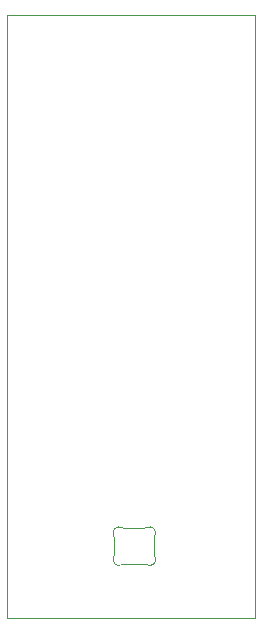
<source format=gbr>
%TF.GenerationSoftware,KiCad,Pcbnew,9.0.6*%
%TF.CreationDate,2026-01-07T14:09:13-05:00*%
%TF.ProjectId,Miguel's-Custom-Devboard - V2,4d696775-656c-4277-932d-437573746f6d,rev?*%
%TF.SameCoordinates,Original*%
%TF.FileFunction,Profile,NP*%
%FSLAX46Y46*%
G04 Gerber Fmt 4.6, Leading zero omitted, Abs format (unit mm)*
G04 Created by KiCad (PCBNEW 9.0.6) date 2026-01-07 14:09:13*
%MOMM*%
%LPD*%
G01*
G04 APERTURE LIST*
%TA.AperFunction,Profile*%
%ADD10C,0.050000*%
%TD*%
%TA.AperFunction,Profile*%
%ADD11C,0.100000*%
%TD*%
G04 APERTURE END LIST*
D10*
X183000000Y-43000000D02*
X204000000Y-43000000D01*
X204000000Y-94000000D01*
X183000000Y-94000000D01*
X183000000Y-43000000D01*
D11*
%TO.C,LED1*%
X192125001Y-87247157D02*
X192125001Y-88652841D01*
X193030548Y-89449999D02*
X194619452Y-89449999D01*
X194619452Y-86450000D02*
X193030547Y-86450000D01*
X195524999Y-88652841D02*
X195524999Y-87247157D01*
X192075516Y-87030279D02*
G75*
G02*
X192125001Y-87247156I-450505J-216876D01*
G01*
X192075516Y-87030279D02*
G75*
G02*
X192778289Y-86381701I450514J216878D01*
G01*
X192125001Y-88652841D02*
G75*
G02*
X192075516Y-88869719I-499990J-2D01*
G01*
X192778289Y-89518298D02*
G75*
G02*
X192075516Y-88869718I-252259J431700D01*
G01*
X192778289Y-89518298D02*
G75*
G02*
X193030548Y-89449999I252261J-431710D01*
G01*
X193030547Y-86450000D02*
G75*
G02*
X192778289Y-86381701I3J500009D01*
G01*
X194619452Y-89449999D02*
G75*
G02*
X194871710Y-89518297I-2J-500011D01*
G01*
X194871711Y-86381700D02*
G75*
G02*
X194619453Y-86449999I-252261J431710D01*
G01*
X194871711Y-86381700D02*
G75*
G02*
X195574484Y-87030279I252259J-431700D01*
G01*
X195524999Y-87247157D02*
G75*
G02*
X195574486Y-87030280I499991J-3D01*
G01*
X195574484Y-88869719D02*
G75*
G02*
X194871711Y-89518296I-450515J-216877D01*
G01*
X195574484Y-88869719D02*
G75*
G02*
X195524981Y-88652842I450516J216919D01*
G01*
%TD*%
M02*

</source>
